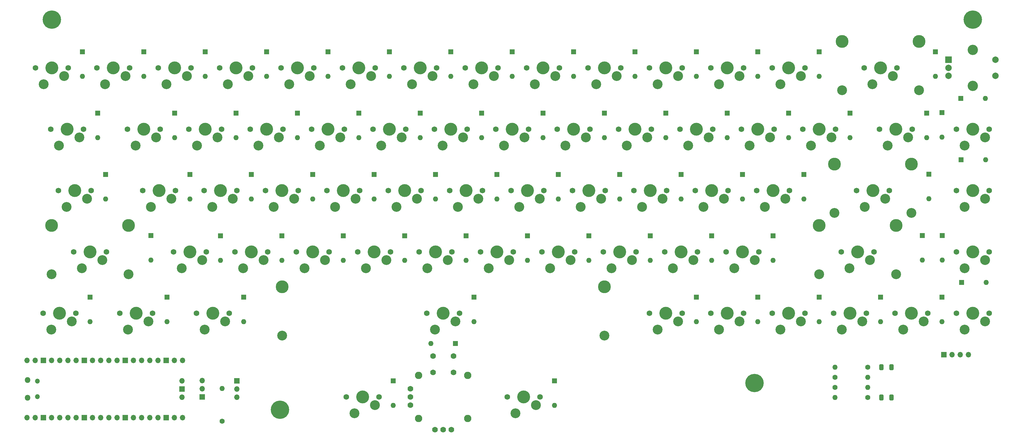
<source format=gbr>
%TF.GenerationSoftware,KiCad,Pcbnew,(6.0.5)*%
%TF.CreationDate,2022-05-31T00:14:22-04:00*%
%TF.ProjectId,pico_keyboard_v1,7069636f-5f6b-4657-9962-6f6172645f76,rev?*%
%TF.SameCoordinates,Original*%
%TF.FileFunction,Soldermask,Top*%
%TF.FilePolarity,Negative*%
%FSLAX46Y46*%
G04 Gerber Fmt 4.6, Leading zero omitted, Abs format (unit mm)*
G04 Created by KiCad (PCBNEW (6.0.5)) date 2022-05-31 00:14:22*
%MOMM*%
%LPD*%
G01*
G04 APERTURE LIST*
G04 Aperture macros list*
%AMRoundRect*
0 Rectangle with rounded corners*
0 $1 Rounding radius*
0 $2 $3 $4 $5 $6 $7 $8 $9 X,Y pos of 4 corners*
0 Add a 4 corners polygon primitive as box body*
4,1,4,$2,$3,$4,$5,$6,$7,$8,$9,$2,$3,0*
0 Add four circle primitives for the rounded corners*
1,1,$1+$1,$2,$3*
1,1,$1+$1,$4,$5*
1,1,$1+$1,$6,$7*
1,1,$1+$1,$8,$9*
0 Add four rect primitives between the rounded corners*
20,1,$1+$1,$2,$3,$4,$5,0*
20,1,$1+$1,$4,$5,$6,$7,0*
20,1,$1+$1,$6,$7,$8,$9,0*
20,1,$1+$1,$8,$9,$2,$3,0*%
G04 Aperture macros list end*
%ADD10C,5.700000*%
%ADD11C,1.750000*%
%ADD12C,3.050000*%
%ADD13C,4.000000*%
%ADD14C,1.600000*%
%ADD15O,1.600000X1.600000*%
%ADD16RoundRect,0.250000X0.412500X0.650000X-0.412500X0.650000X-0.412500X-0.650000X0.412500X-0.650000X0*%
%ADD17R,1.700000X1.700000*%
%ADD18O,1.700000X1.700000*%
%ADD19C,3.987800*%
%ADD20C,3.048000*%
%ADD21C,1.778000*%
%ADD22C,2.286000*%
%ADD23R,2.000000X2.000000*%
%ADD24C,2.000000*%
%ADD25C,3.200000*%
%ADD26RoundRect,0.250000X-0.412500X-0.650000X0.412500X-0.650000X0.412500X0.650000X-0.412500X0.650000X0*%
%ADD27R,1.600000X1.600000*%
%ADD28O,1.800000X1.800000*%
%ADD29O,1.500000X1.500000*%
G04 APERTURE END LIST*
D10*
%TO.C,REF\u002A\u002A*%
X150610000Y-181990000D03*
%TD*%
%TO.C,REF\u002A\u002A*%
X297780000Y-173680000D03*
%TD*%
%TO.C,REF\u002A\u002A*%
X365525000Y-60810000D03*
%TD*%
%TO.C,REF\u002A\u002A*%
X79775000Y-60810000D03*
%TD*%
D11*
%TO.C,SW8*%
X103270000Y-94845000D03*
D12*
X105810000Y-99925000D03*
X112160000Y-97385000D03*
D13*
X108350000Y-94845000D03*
D11*
X113430000Y-94845000D03*
%TD*%
D14*
%TO.C,R1*%
X332940000Y-178190000D03*
D15*
X322780000Y-178190000D03*
%TD*%
D13*
%TO.C,SW41*%
X232175000Y-75795000D03*
D11*
X227095000Y-75795000D03*
X237255000Y-75795000D03*
D12*
X229635000Y-80875000D03*
X235985000Y-78335000D03*
%TD*%
%TO.C,SW61*%
X312185000Y-78335000D03*
D13*
X308375000Y-75795000D03*
D12*
X305835000Y-80875000D03*
D11*
X303295000Y-75795000D03*
X313455000Y-75795000D03*
%TD*%
%TO.C,SW57*%
X303930000Y-94845000D03*
D12*
X302660000Y-97385000D03*
X296310000Y-99925000D03*
D11*
X293770000Y-94845000D03*
D13*
X298850000Y-94845000D03*
%TD*%
D12*
%TO.C,SW39*%
X231222500Y-116435000D03*
D11*
X222332500Y-113895000D03*
D12*
X224872500Y-118975000D03*
D13*
X227412500Y-113895000D03*
D11*
X232492500Y-113895000D03*
%TD*%
%TO.C,SW19*%
X156292499Y-113895000D03*
D12*
X148672499Y-118975000D03*
D11*
X146132499Y-113895000D03*
D13*
X151212499Y-113895000D03*
D12*
X155022499Y-116435000D03*
%TD*%
D11*
%TO.C,SW18*%
X141370000Y-94845000D03*
X151530000Y-94845000D03*
D12*
X150260000Y-97385000D03*
D13*
X146450000Y-94845000D03*
D12*
X143910000Y-99925000D03*
%TD*%
D11*
%TO.C,SW45*%
X265195000Y-151995000D03*
D12*
X274085000Y-154535000D03*
X267735000Y-157075000D03*
D13*
X270275000Y-151995000D03*
D11*
X275355000Y-151995000D03*
%TD*%
D16*
%TO.C,C2*%
X340320000Y-168790000D03*
X337195000Y-168790000D03*
%TD*%
D12*
%TO.C,SW65*%
X343935000Y-157075000D03*
D13*
X346475000Y-151995000D03*
D12*
X350285000Y-154535000D03*
D11*
X351555000Y-151995000D03*
X341395000Y-151995000D03*
%TD*%
D12*
%TO.C,SW60*%
X312185000Y-154535000D03*
D13*
X308375000Y-151995000D03*
D11*
X313455000Y-151995000D03*
D12*
X305835000Y-157075000D03*
D11*
X303295000Y-151995000D03*
%TD*%
%TO.C,SW49*%
X280117500Y-132945000D03*
D12*
X278847500Y-135485000D03*
D13*
X275037500Y-132945000D03*
D11*
X269957500Y-132945000D03*
D12*
X272497500Y-138025000D03*
%TD*%
D17*
%TO.C,J1*%
X356580000Y-164890000D03*
D18*
X359120000Y-164890000D03*
X361660000Y-164890000D03*
X364200000Y-164890000D03*
%TD*%
D13*
%TO.C,SW48*%
X265512500Y-113895000D03*
D11*
X270592500Y-113895000D03*
D12*
X262972500Y-118975000D03*
X269322500Y-116435000D03*
D11*
X260432500Y-113895000D03*
%TD*%
D12*
%TO.C,SW7*%
X96285000Y-80875000D03*
D11*
X103905000Y-75795000D03*
D13*
X98825000Y-75795000D03*
D12*
X102635000Y-78335000D03*
D11*
X93745000Y-75795000D03*
%TD*%
D13*
%TO.C,SW5*%
X91681250Y-132945000D03*
D12*
X89141250Y-138025000D03*
D11*
X86601250Y-132945000D03*
D12*
X95491250Y-135485000D03*
D11*
X96761250Y-132945000D03*
%TD*%
D12*
%TO.C,SW17*%
X134385000Y-80875000D03*
D11*
X142005000Y-75795000D03*
D13*
X136925000Y-75795000D03*
D11*
X131845000Y-75795000D03*
D12*
X140735000Y-78335000D03*
%TD*%
%TO.C,SW66*%
X334410000Y-80875000D03*
D13*
X336950000Y-75795000D03*
D12*
X340760000Y-78335000D03*
D11*
X342030000Y-75795000D03*
X331870000Y-75795000D03*
%TD*%
%TO.C,SW23*%
X170580000Y-94845000D03*
D13*
X165500000Y-94845000D03*
D12*
X169310000Y-97385000D03*
X162960000Y-99925000D03*
D11*
X160420000Y-94845000D03*
%TD*%
D19*
%TO.C,REF\u002A\u002A*%
X103619250Y-124720000D03*
D20*
X79743250Y-139930000D03*
D19*
X79743250Y-124720000D03*
D20*
X103619250Y-139930000D03*
%TD*%
D14*
%TO.C,R4*%
X322780000Y-171923333D03*
D15*
X332940000Y-171923333D03*
%TD*%
D11*
%TO.C,SW26*%
X370605000Y-113895000D03*
X360445000Y-113895000D03*
D12*
X369335000Y-116435000D03*
X362985000Y-118975000D03*
D13*
X365525000Y-113895000D03*
%TD*%
D12*
%TO.C,SW32*%
X197884999Y-78335000D03*
D11*
X188994999Y-75795000D03*
D13*
X194074999Y-75795000D03*
D11*
X199154999Y-75795000D03*
D12*
X191534999Y-80875000D03*
%TD*%
%TO.C,SW16*%
X133591250Y-154535000D03*
D13*
X129781250Y-151995000D03*
D12*
X127241250Y-157075000D03*
D11*
X124701250Y-151995000D03*
X134861250Y-151995000D03*
%TD*%
D14*
%TO.C,R3*%
X322780000Y-175056666D03*
D15*
X332940000Y-175056666D03*
%TD*%
D13*
%TO.C,SW28*%
X184550000Y-94845000D03*
D12*
X188360000Y-97385000D03*
D11*
X189630000Y-94845000D03*
X179470000Y-94845000D03*
D12*
X182010000Y-99925000D03*
%TD*%
%TO.C,SW53*%
X288372500Y-116435000D03*
D11*
X289642500Y-113895000D03*
D12*
X282022500Y-118975000D03*
D13*
X284562500Y-113895000D03*
D11*
X279482500Y-113895000D03*
%TD*%
D12*
%TO.C,SW58*%
X301072500Y-118975000D03*
D13*
X303612500Y-113895000D03*
D11*
X298532500Y-113895000D03*
X308692500Y-113895000D03*
D12*
X307422500Y-116435000D03*
%TD*%
%TO.C,SW25*%
X183597500Y-135485000D03*
X177247500Y-138025000D03*
D13*
X179787500Y-132945000D03*
D11*
X184867500Y-132945000D03*
X174707500Y-132945000D03*
%TD*%
D12*
%TO.C,SW51*%
X274085000Y-78335000D03*
X267735000Y-80875000D03*
D13*
X270275000Y-75795000D03*
D11*
X265195000Y-75795000D03*
X275355000Y-75795000D03*
%TD*%
D13*
%TO.C,SW10*%
X122637500Y-132945000D03*
D12*
X120097500Y-138025000D03*
D11*
X117557500Y-132945000D03*
D12*
X126447500Y-135485000D03*
D11*
X127717500Y-132945000D03*
%TD*%
D21*
%TO.C,U1*%
X198043750Y-165295000D03*
X204393750Y-165295000D03*
X198043750Y-170375000D03*
X204393750Y-170375000D03*
X198678750Y-188155000D03*
X201218750Y-188155000D03*
X203758750Y-188155000D03*
D22*
X193598750Y-171327500D03*
X193598750Y-184662500D03*
X208838750Y-184662500D03*
X208838750Y-171327500D03*
D21*
X191058750Y-175455000D03*
X191058750Y-177995000D03*
X191058750Y-180535000D03*
%TD*%
D12*
%TO.C,SW33*%
X207410000Y-97385000D03*
D13*
X203600000Y-94845000D03*
D12*
X201060000Y-99925000D03*
D11*
X208680000Y-94845000D03*
X198520000Y-94845000D03*
%TD*%
D13*
%TO.C,SW21*%
X176218750Y-177995000D03*
D12*
X173678750Y-183075000D03*
D11*
X171138750Y-177995000D03*
X181298750Y-177995000D03*
D12*
X180028750Y-180535000D03*
%TD*%
D13*
%TO.C,SW68*%
X365525000Y-94845000D03*
D11*
X360445000Y-94845000D03*
D12*
X369335000Y-97385000D03*
D11*
X370605000Y-94845000D03*
D12*
X362985000Y-99925000D03*
%TD*%
D20*
%TO.C,REF\u002A\u002A*%
X151218750Y-158980000D03*
D19*
X151218750Y-143770000D03*
D20*
X251218750Y-158980000D03*
D19*
X251218750Y-143770000D03*
%TD*%
D11*
%TO.C,SW31*%
X196138750Y-151995000D03*
D13*
X201218750Y-151995000D03*
D12*
X205028750Y-154535000D03*
D11*
X206298750Y-151995000D03*
D12*
X198678750Y-157075000D03*
%TD*%
D11*
%TO.C,SW42*%
X246780000Y-94845000D03*
X236620000Y-94845000D03*
D13*
X241700000Y-94845000D03*
D12*
X239160000Y-99925000D03*
X245510000Y-97385000D03*
%TD*%
D11*
%TO.C,SW4*%
X91998750Y-113895000D03*
D12*
X84378750Y-118975000D03*
D11*
X81838750Y-113895000D03*
D12*
X90728750Y-116435000D03*
D13*
X86918750Y-113895000D03*
%TD*%
D12*
%TO.C,SW59*%
X327266250Y-138025000D03*
D11*
X334886250Y-132945000D03*
D13*
X329806250Y-132945000D03*
D12*
X333616250Y-135485000D03*
D11*
X324726250Y-132945000D03*
%TD*%
D12*
%TO.C,SW15*%
X139147500Y-138025000D03*
D11*
X146767500Y-132945000D03*
X136607500Y-132945000D03*
D13*
X141687500Y-132945000D03*
D12*
X145497500Y-135485000D03*
%TD*%
D13*
%TO.C,SW35*%
X217887500Y-132945000D03*
D12*
X221697500Y-135485000D03*
D11*
X222967500Y-132945000D03*
X212807500Y-132945000D03*
D12*
X215347500Y-138025000D03*
%TD*%
%TO.C,SW29*%
X186772499Y-118975000D03*
X193122499Y-116435000D03*
D11*
X184232499Y-113895000D03*
X194392499Y-113895000D03*
D13*
X189312499Y-113895000D03*
%TD*%
D12*
%TO.C,SW43*%
X243922500Y-118975000D03*
D11*
X251542500Y-113895000D03*
D13*
X246462500Y-113895000D03*
D11*
X241382500Y-113895000D03*
D12*
X250272500Y-116435000D03*
%TD*%
D11*
%TO.C,SW34*%
X213442499Y-113895000D03*
D12*
X212172499Y-116435000D03*
D13*
X208362499Y-113895000D03*
D11*
X203282499Y-113895000D03*
D12*
X205822499Y-118975000D03*
%TD*%
D11*
%TO.C,SW11*%
X100888750Y-151995000D03*
D12*
X103428750Y-157075000D03*
X109778750Y-154535000D03*
D13*
X105968750Y-151995000D03*
D11*
X111048750Y-151995000D03*
%TD*%
%TO.C,SW2*%
X84855000Y-75795000D03*
X74695000Y-75795000D03*
D13*
X79775000Y-75795000D03*
D12*
X77235000Y-80875000D03*
X83585000Y-78335000D03*
%TD*%
%TO.C,SW44*%
X253447500Y-138025000D03*
X259797500Y-135485000D03*
D13*
X255987500Y-132945000D03*
D11*
X250907500Y-132945000D03*
X261067500Y-132945000D03*
%TD*%
D13*
%TO.C,SW24*%
X170262499Y-113895000D03*
D11*
X175342499Y-113895000D03*
D12*
X174072499Y-116435000D03*
D11*
X165182499Y-113895000D03*
D12*
X167722499Y-118975000D03*
%TD*%
%TO.C,SW54*%
X297897500Y-135485000D03*
D11*
X299167500Y-132945000D03*
D12*
X291547500Y-138025000D03*
D11*
X289007500Y-132945000D03*
D13*
X294087500Y-132945000D03*
%TD*%
D12*
%TO.C,SW3*%
X81997500Y-99925000D03*
D11*
X89617500Y-94845000D03*
X79457500Y-94845000D03*
D12*
X88347500Y-97385000D03*
D13*
X84537500Y-94845000D03*
%TD*%
D11*
%TO.C,SW30*%
X193757500Y-132945000D03*
X203917500Y-132945000D03*
D12*
X202647500Y-135485000D03*
D13*
X198837500Y-132945000D03*
D12*
X196297500Y-138025000D03*
%TD*%
D13*
%TO.C,SW22*%
X155975000Y-75795000D03*
D12*
X153435000Y-80875000D03*
D11*
X150895000Y-75795000D03*
D12*
X159785000Y-78335000D03*
D11*
X161055000Y-75795000D03*
%TD*%
%TO.C,SW6*%
X77076250Y-151995000D03*
D12*
X79616250Y-157075000D03*
D13*
X82156250Y-151995000D03*
D12*
X85966250Y-154535000D03*
D11*
X87236250Y-151995000D03*
%TD*%
D13*
%TO.C,SW55*%
X365525000Y-132945000D03*
D12*
X362985000Y-138025000D03*
D11*
X370605000Y-132945000D03*
X360445000Y-132945000D03*
D12*
X369335000Y-135485000D03*
%TD*%
D13*
%TO.C,SW9*%
X113112500Y-113895000D03*
D12*
X110572500Y-118975000D03*
D11*
X108032500Y-113895000D03*
D12*
X116922500Y-116435000D03*
D11*
X118192500Y-113895000D03*
%TD*%
D12*
%TO.C,SW13*%
X124860000Y-99925000D03*
D11*
X132480000Y-94845000D03*
X122320000Y-94845000D03*
D13*
X127400000Y-94845000D03*
D12*
X131210000Y-97385000D03*
%TD*%
D11*
%TO.C,SW50*%
X284245000Y-151995000D03*
D12*
X286785000Y-157075000D03*
D11*
X294405000Y-151995000D03*
D12*
X293135000Y-154535000D03*
D13*
X289325000Y-151995000D03*
%TD*%
D20*
%TO.C,REF\u002A\u002A*%
X341744250Y-139930000D03*
X317868250Y-139930000D03*
D19*
X341744250Y-124720000D03*
X317868250Y-124720000D03*
%TD*%
D11*
%TO.C,SW14*%
X137242499Y-113895000D03*
D12*
X129622499Y-118975000D03*
D13*
X132162499Y-113895000D03*
D11*
X127082499Y-113895000D03*
D12*
X135972499Y-116435000D03*
%TD*%
D14*
%TO.C,R2*%
X332940000Y-168790000D03*
D15*
X322780000Y-168790000D03*
%TD*%
D12*
%TO.C,SW38*%
X226460000Y-97385000D03*
D11*
X227730000Y-94845000D03*
D12*
X220110000Y-99925000D03*
D11*
X217570000Y-94845000D03*
D13*
X222650000Y-94845000D03*
%TD*%
D17*
%TO.C,J2*%
X126460000Y-178055000D03*
D18*
X126460000Y-175515000D03*
X126460000Y-172975000D03*
%TD*%
D13*
%TO.C,SW67*%
X341712500Y-94845000D03*
D12*
X339172500Y-99925000D03*
D11*
X346792500Y-94845000D03*
X336632500Y-94845000D03*
D12*
X345522500Y-97385000D03*
%TD*%
D20*
%TO.C,REF\u002A\u002A*%
X325012000Y-82780000D03*
X348888000Y-82780000D03*
D19*
X348888000Y-67570000D03*
X325012000Y-67570000D03*
%TD*%
D20*
%TO.C,REF\u002A\u002A*%
X322630750Y-120880000D03*
D19*
X322630750Y-105670000D03*
X346506750Y-105670000D03*
D20*
X346506750Y-120880000D03*
%TD*%
D12*
%TO.C,SW64*%
X324885000Y-157075000D03*
D11*
X332505000Y-151995000D03*
D12*
X331235000Y-154535000D03*
D11*
X322345000Y-151995000D03*
D13*
X327425000Y-151995000D03*
%TD*%
D12*
%TO.C,SW12*%
X121685000Y-78335000D03*
D11*
X122955000Y-75795000D03*
D12*
X115335000Y-80875000D03*
D13*
X117875000Y-75795000D03*
D11*
X112795000Y-75795000D03*
%TD*%
D12*
%TO.C,SW37*%
X216935000Y-78335000D03*
D11*
X218205000Y-75795000D03*
D13*
X213125000Y-75795000D03*
D12*
X210585000Y-80875000D03*
D11*
X208045000Y-75795000D03*
%TD*%
D13*
%TO.C,SW36*%
X226218750Y-177995000D03*
D12*
X230028750Y-180535000D03*
D11*
X221138750Y-177995000D03*
D12*
X223678750Y-183075000D03*
D11*
X231298750Y-177995000D03*
%TD*%
D23*
%TO.C,SW1*%
X358045000Y-73314999D03*
D24*
X358045000Y-78314999D03*
X358045000Y-75814999D03*
D25*
X365545000Y-70214999D03*
X365545000Y-81414999D03*
D24*
X372545000Y-78314999D03*
X372545000Y-73314999D03*
%TD*%
D11*
%TO.C,SW20*%
X155657500Y-132945000D03*
D12*
X158197500Y-138025000D03*
D13*
X160737500Y-132945000D03*
D11*
X165817500Y-132945000D03*
D12*
X164547500Y-135485000D03*
%TD*%
%TO.C,SW52*%
X283610000Y-97385000D03*
D13*
X279800000Y-94845000D03*
D11*
X284880000Y-94845000D03*
X274720000Y-94845000D03*
D12*
X277260000Y-99925000D03*
%TD*%
D11*
%TO.C,SW69*%
X370605000Y-151995000D03*
D13*
X365525000Y-151995000D03*
D12*
X369335000Y-154535000D03*
D11*
X360445000Y-151995000D03*
D12*
X362985000Y-157075000D03*
%TD*%
%TO.C,SW27*%
X178834999Y-78335000D03*
X172484999Y-80875000D03*
D11*
X180104999Y-75795000D03*
D13*
X175024999Y-75795000D03*
D11*
X169944999Y-75795000D03*
%TD*%
%TO.C,SW56*%
X284245000Y-75795000D03*
X294405000Y-75795000D03*
D12*
X293135000Y-78335000D03*
X286785000Y-80875000D03*
D13*
X289325000Y-75795000D03*
%TD*%
D11*
%TO.C,SW40*%
X242017500Y-132945000D03*
D12*
X234397500Y-138025000D03*
X240747500Y-135485000D03*
D13*
X236937500Y-132945000D03*
D11*
X231857500Y-132945000D03*
%TD*%
%TO.C,SW62*%
X312820000Y-94845000D03*
X322980000Y-94845000D03*
D13*
X317900000Y-94845000D03*
D12*
X315360000Y-99925000D03*
X321710000Y-97385000D03*
%TD*%
%TO.C,SW63*%
X332028750Y-118975000D03*
D11*
X339648750Y-113895000D03*
D13*
X334568750Y-113895000D03*
D11*
X329488750Y-113895000D03*
D12*
X338378750Y-116435000D03*
%TD*%
D13*
%TO.C,SW47*%
X260750000Y-94845000D03*
D12*
X258210000Y-99925000D03*
D11*
X265830000Y-94845000D03*
D12*
X264560000Y-97385000D03*
D11*
X255670000Y-94845000D03*
%TD*%
D26*
%TO.C,C1*%
X337195000Y-178190000D03*
X340320000Y-178190000D03*
%TD*%
D12*
%TO.C,SW46*%
X255035000Y-78335000D03*
D13*
X251225000Y-75795000D03*
D12*
X248685000Y-80875000D03*
D11*
X256305000Y-75795000D03*
X246145000Y-75795000D03*
%TD*%
D27*
%TO.C,D42*%
X241700000Y-70795000D03*
D15*
X241700000Y-78415000D03*
%TD*%
D27*
%TO.C,D51*%
X298850000Y-146995000D03*
D15*
X298850000Y-154615000D03*
%TD*%
D27*
%TO.C,D15*%
X141687500Y-108895000D03*
D15*
X141687500Y-116515000D03*
%TD*%
D27*
%TO.C,D48*%
X270275000Y-89845000D03*
D15*
X270275000Y-97465000D03*
%TD*%
D27*
%TO.C,D60*%
X349870000Y-127910000D03*
D15*
X349870000Y-135530000D03*
%TD*%
D27*
%TO.C,D34*%
X213125000Y-89845000D03*
D15*
X213125000Y-97465000D03*
%TD*%
D27*
%TO.C,D66*%
X356000000Y-146995000D03*
D15*
X356000000Y-154615000D03*
%TD*%
D27*
%TO.C,D46*%
X279800000Y-146995000D03*
D15*
X279800000Y-154615000D03*
%TD*%
D27*
%TO.C,D26*%
X189312500Y-127945000D03*
D15*
X189312500Y-135565000D03*
%TD*%
D27*
%TO.C,D53*%
X289325000Y-89845000D03*
D15*
X289325000Y-97465000D03*
%TD*%
D27*
%TO.C,D62*%
X317900000Y-70795000D03*
D15*
X317900000Y-78415000D03*
%TD*%
D27*
%TO.C,D21*%
X170262500Y-127945000D03*
D15*
X170262500Y-135565000D03*
%TD*%
D27*
%TO.C,D52*%
X279800000Y-70795000D03*
D15*
X279800000Y-78415000D03*
%TD*%
D27*
%TO.C,D58*%
X308375000Y-89845000D03*
D15*
X308375000Y-97465000D03*
%TD*%
D27*
%TO.C,D10*%
X122637499Y-108895000D03*
D15*
X122637499Y-116515000D03*
%TD*%
D27*
%TO.C,D57*%
X298850000Y-70795000D03*
D15*
X298850000Y-78415000D03*
%TD*%
D27*
%TO.C,D61*%
X317900000Y-146995000D03*
D15*
X317900000Y-154615000D03*
%TD*%
D27*
%TO.C,D56*%
X356060000Y-127870000D03*
D15*
X356060000Y-135490000D03*
%TD*%
D27*
%TO.C,D39*%
X232175000Y-89845000D03*
D15*
X232175000Y-97465000D03*
%TD*%
D27*
%TO.C,D64*%
X351920000Y-108830000D03*
D15*
X351920000Y-116450000D03*
%TD*%
D17*
%TO.C,J3*%
X137190000Y-173020000D03*
D18*
X137190000Y-175560000D03*
X137190000Y-178100000D03*
%TD*%
D27*
%TO.C,D65*%
X336950000Y-146995000D03*
D15*
X336950000Y-154615000D03*
%TD*%
D27*
%TO.C,D47*%
X260750000Y-70795000D03*
D15*
X260750000Y-78415000D03*
%TD*%
D27*
%TO.C,D49*%
X275037500Y-108895000D03*
D15*
X275037500Y-116515000D03*
%TD*%
D27*
%TO.C,D8*%
X108350000Y-70795000D03*
D15*
X108350000Y-78415000D03*
%TD*%
D28*
%TO.C,U2*%
X72250000Y-172795000D03*
X72250000Y-178245000D03*
D29*
X75280000Y-173095000D03*
X75280000Y-177945000D03*
D18*
X72120000Y-166630000D03*
X74660000Y-166630000D03*
D17*
X77200000Y-166630000D03*
D18*
X79740000Y-166630000D03*
X82280000Y-166630000D03*
X84820000Y-166630000D03*
X87360000Y-166630000D03*
D17*
X89900000Y-166630000D03*
D18*
X92440000Y-166630000D03*
X94980000Y-166630000D03*
X97520000Y-166630000D03*
X100060000Y-166630000D03*
D17*
X102600000Y-166630000D03*
D18*
X105140000Y-166630000D03*
X107680000Y-166630000D03*
X110220000Y-166630000D03*
X112760000Y-166630000D03*
D17*
X115300000Y-166630000D03*
D18*
X117840000Y-166630000D03*
X120380000Y-166630000D03*
X120380000Y-184410000D03*
X117840000Y-184410000D03*
D17*
X115300000Y-184410000D03*
D18*
X112760000Y-184410000D03*
X110220000Y-184410000D03*
X107680000Y-184410000D03*
X105140000Y-184410000D03*
D17*
X102600000Y-184410000D03*
D18*
X100060000Y-184410000D03*
X97520000Y-184410000D03*
X94980000Y-184410000D03*
X92440000Y-184410000D03*
D17*
X89900000Y-184410000D03*
D18*
X87360000Y-184410000D03*
X84820000Y-184410000D03*
X82280000Y-184410000D03*
X79740000Y-184410000D03*
D17*
X77200000Y-184410000D03*
D18*
X74660000Y-184410000D03*
X72120000Y-184410000D03*
X120150000Y-172980000D03*
D17*
X120150000Y-175520000D03*
D18*
X120150000Y-178060000D03*
%TD*%
D14*
%TO.C,R5*%
X132630000Y-185570000D03*
D15*
X132630000Y-175410000D03*
%TD*%
D27*
%TO.C,D22*%
X185743750Y-172995000D03*
D15*
X185743750Y-180615000D03*
%TD*%
D27*
%TO.C,D59*%
X313137500Y-108895000D03*
D15*
X313137500Y-116515000D03*
%TD*%
D27*
%TO.C,D63*%
X327425000Y-89845000D03*
D15*
X327425000Y-97465000D03*
%TD*%
D27*
%TO.C,D41*%
X246462500Y-127945000D03*
D15*
X246462500Y-135565000D03*
%TD*%
D27*
%TO.C,D18*%
X146450000Y-70795000D03*
D15*
X146450000Y-78415000D03*
%TD*%
D27*
%TO.C,D54*%
X294087500Y-108895000D03*
D15*
X294087500Y-116515000D03*
%TD*%
D27*
%TO.C,D36*%
X227412500Y-127945000D03*
D15*
X227412500Y-135565000D03*
%TD*%
D27*
%TO.C,D30*%
X198837499Y-108895000D03*
D15*
X198837499Y-116515000D03*
%TD*%
D27*
%TO.C,D1*%
X205010000Y-161400000D03*
D15*
X197390000Y-161400000D03*
%TD*%
D27*
%TO.C,D40*%
X236937500Y-108895000D03*
D15*
X236937500Y-116515000D03*
%TD*%
D27*
%TO.C,D9*%
X117875000Y-89845000D03*
D15*
X117875000Y-97465000D03*
%TD*%
D27*
%TO.C,D69*%
X355980000Y-89740000D03*
D15*
X355980000Y-97360000D03*
%TD*%
D27*
%TO.C,D32*%
X210743750Y-146995000D03*
D15*
X210743750Y-154615000D03*
%TD*%
D27*
%TO.C,D20*%
X160737500Y-108895000D03*
D15*
X160737500Y-116515000D03*
%TD*%
D27*
%TO.C,D28*%
X184550000Y-70795000D03*
D15*
X184550000Y-78415000D03*
%TD*%
D27*
%TO.C,D5*%
X96443750Y-108895000D03*
D15*
X96443750Y-116515000D03*
%TD*%
D27*
%TO.C,D45*%
X265512500Y-127945000D03*
D15*
X265512500Y-135565000D03*
%TD*%
D27*
%TO.C,D38*%
X222650000Y-70795000D03*
D15*
X222650000Y-78415000D03*
%TD*%
D27*
%TO.C,D44*%
X255987500Y-108895000D03*
D15*
X255987500Y-116515000D03*
%TD*%
D27*
%TO.C,D3*%
X89300000Y-70795000D03*
D15*
X89300000Y-78415000D03*
%TD*%
D27*
%TO.C,D70*%
X362070000Y-142440000D03*
D15*
X369690000Y-142440000D03*
%TD*%
D27*
%TO.C,D19*%
X155975000Y-89845000D03*
D15*
X155975000Y-97465000D03*
%TD*%
D27*
%TO.C,D14*%
X136925000Y-89845000D03*
D15*
X136925000Y-97465000D03*
%TD*%
D27*
%TO.C,D43*%
X251225000Y-89845000D03*
D15*
X251225000Y-97465000D03*
%TD*%
D27*
%TO.C,D68*%
X351237500Y-89845000D03*
D15*
X351237500Y-97465000D03*
%TD*%
D27*
%TO.C,D17*%
X139306250Y-146995000D03*
D15*
X139306250Y-154615000D03*
%TD*%
D27*
%TO.C,D25*%
X179787500Y-108895000D03*
D15*
X179787500Y-116515000D03*
%TD*%
D27*
%TO.C,D33*%
X203600000Y-70795000D03*
D15*
X203600000Y-78415000D03*
%TD*%
D27*
%TO.C,D55*%
X303612500Y-127945000D03*
D15*
X303612500Y-135565000D03*
%TD*%
D27*
%TO.C,D6*%
X110540000Y-127920000D03*
D15*
X110540000Y-135540000D03*
%TD*%
D27*
%TO.C,D13*%
X127400000Y-70795000D03*
D15*
X127400000Y-78415000D03*
%TD*%
D27*
%TO.C,D2*%
X361820000Y-85300000D03*
D15*
X369440000Y-85300000D03*
%TD*%
D27*
%TO.C,D7*%
X91681250Y-146995000D03*
D15*
X91681250Y-154615000D03*
%TD*%
D27*
%TO.C,D29*%
X194075000Y-89845000D03*
D15*
X194075000Y-97465000D03*
%TD*%
D27*
%TO.C,D4*%
X94062500Y-89845000D03*
D15*
X94062500Y-97465000D03*
%TD*%
D27*
%TO.C,D23*%
X165500000Y-70795000D03*
D15*
X165500000Y-78415000D03*
%TD*%
D27*
%TO.C,D50*%
X284562500Y-127945000D03*
D15*
X284562500Y-135565000D03*
%TD*%
D27*
%TO.C,D27*%
X361880000Y-104340000D03*
D15*
X369500000Y-104340000D03*
%TD*%
D27*
%TO.C,D11*%
X132162500Y-127945000D03*
D15*
X132162500Y-135565000D03*
%TD*%
D27*
%TO.C,D35*%
X217887500Y-108895000D03*
D15*
X217887500Y-116515000D03*
%TD*%
D27*
%TO.C,D12*%
X115493750Y-146995000D03*
D15*
X115493750Y-154615000D03*
%TD*%
D27*
%TO.C,D16*%
X151212500Y-127945000D03*
D15*
X151212500Y-135565000D03*
%TD*%
D27*
%TO.C,D67*%
X353960000Y-70795000D03*
D15*
X353960000Y-78415000D03*
%TD*%
D27*
%TO.C,D24*%
X175025000Y-89845000D03*
D15*
X175025000Y-97465000D03*
%TD*%
D27*
%TO.C,D37*%
X235743750Y-172995000D03*
D15*
X235743750Y-180615000D03*
%TD*%
D27*
%TO.C,D31*%
X208362500Y-127945000D03*
D15*
X208362500Y-135565000D03*
%TD*%
M02*

</source>
